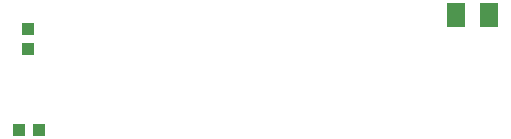
<source format=gbr>
G04 EAGLE Gerber X2 export*
%TF.Part,Single*%
%TF.FileFunction,Paste,Top*%
%TF.FilePolarity,Positive*%
%TF.GenerationSoftware,Autodesk,EAGLE,9.1.1*%
%TF.CreationDate,2018-09-05T07:54:37Z*%
G75*
%MOMM*%
%FSLAX34Y34*%
%LPD*%
%AMOC8*
5,1,8,0,0,1.08239X$1,22.5*%
G01*
%ADD10R,1.100000X1.000000*%
%ADD11R,1.000000X1.100000*%
%ADD12R,1.600000X2.000000*%


D10*
X152900Y232700D03*
X135900Y232700D03*
D11*
X144200Y300800D03*
X144200Y317800D03*
D12*
X534300Y329900D03*
X506300Y329900D03*
M02*

</source>
